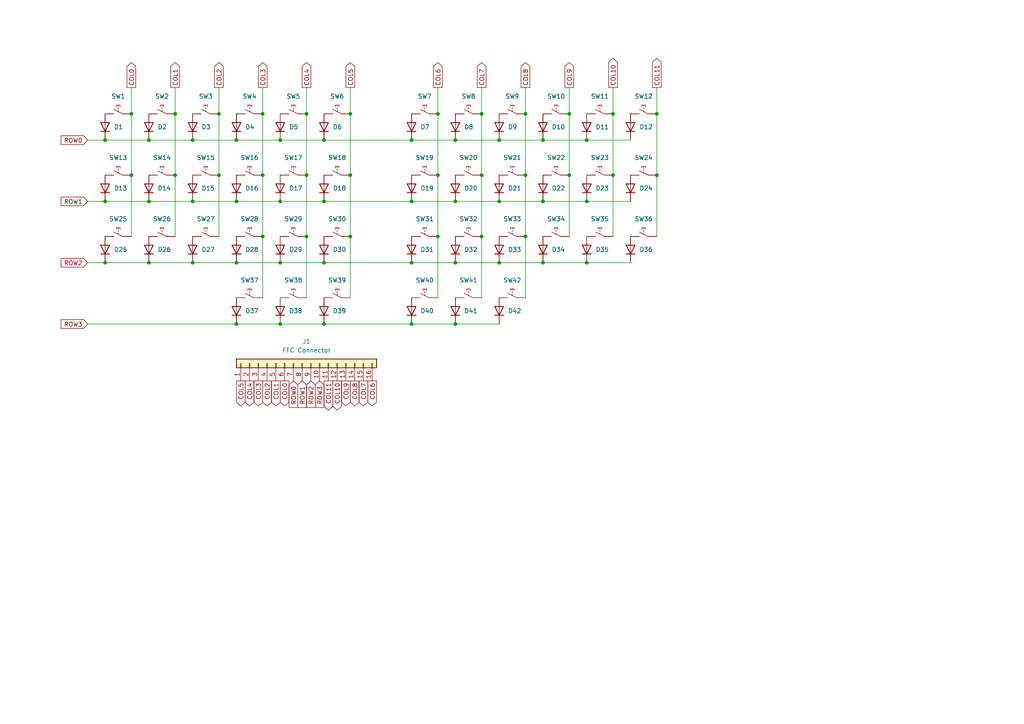
<source format=kicad_sch>
(kicad_sch (version 20231120) (generator "eeschema") (generator_version "8.0")
  (paper "A4")
  (lib_symbols
    (symbol "Connector_Generic:Conn_01x16" (pin_names (offset 1.016) hide)
      (property "Reference" "J" (at 0 20.32 0))
      (property "Value" "Conn_01x16" (at 0 -22.86 0))
      (symbol "Conn_01x16_1_1"
        (rectangle (start -1.27 -20.193) (end 0 -20.447) (stroke (width 0.1524)))
        (rectangle (start -1.27 -17.653) (end 0 -17.907) (stroke (width 0.1524)))
        (rectangle (start -1.27 -15.113) (end 0 -15.367) (stroke (width 0.1524)))
        (rectangle (start -1.27 -12.573) (end 0 -12.827) (stroke (width 0.1524)))
        (rectangle (start -1.27 -10.033) (end 0 -10.287) (stroke (width 0.1524)))
        (rectangle (start -1.27 -7.493) (end 0 -7.747) (stroke (width 0.1524)))
        (rectangle (start -1.27 -4.953) (end 0 -5.207) (stroke (width 0.1524)))
        (rectangle (start -1.27 -2.413) (end 0 -2.667) (stroke (width 0.1524)))
        (rectangle (start -1.27 0.127) (end 0 -0.127) (stroke (width 0.1524)))
        (rectangle (start -1.27 2.667) (end 0 2.413) (stroke (width 0.1524)))
        (rectangle (start -1.27 5.207) (end 0 4.953) (stroke (width 0.1524)))
        (rectangle (start -1.27 7.747) (end 0 7.493) (stroke (width 0.1524)))
        (rectangle (start -1.27 10.287) (end 0 10.033) (stroke (width 0.1524)))
        (rectangle (start -1.27 12.827) (end 0 12.573) (stroke (width 0.1524)))
        (rectangle (start -1.27 15.367) (end 0 15.113) (stroke (width 0.1524)))
        (rectangle (start -1.27 17.907) (end 0 17.653) (stroke (width 0.1524)))
        (rectangle (start -1.27 19.05) (end 1.27 -21.59) (stroke (width 0.254)) (fill (type background)))
        (pin passive line (at -5.08 17.78 0) (length 3.81) (name "Pin_1") (number "1"))
        (pin passive line (at -5.08 -5.08 0) (length 3.81) (name "Pin_10") (number "10"))
        (pin passive line (at -5.08 -7.62 0) (length 3.81) (name "Pin_11") (number "11"))
        (pin passive line (at -5.08 -10.16 0) (length 3.81) (name "Pin_12") (number "12"))
        (pin passive line (at -5.08 -12.7 0) (length 3.81) (name "Pin_13") (number "13"))
        (pin passive line (at -5.08 -15.24 0) (length 3.81) (name "Pin_14") (number "14"))
        (pin passive line (at -5.08 -17.78 0) (length 3.81) (name "Pin_15") (number "15"))
        (pin passive line (at -5.08 -20.32 0) (length 3.81) (name "Pin_16") (number "16"))
        (pin passive line (at -5.08 15.24 0) (length 3.81) (name "Pin_2") (number "2"))
        (pin passive line (at -5.08 12.7 0) (length 3.81) (name "Pin_3") (number "3"))
        (pin passive line (at -5.08 10.16 0) (length 3.81) (name "Pin_4") (number "4"))
        (pin passive line (at -5.08 7.62 0) (length 3.81) (name "Pin_5") (number "5"))
        (pin passive line (at -5.08 5.08 0) (length 3.81) (name "Pin_6") (number "6"))
        (pin passive line (at -5.08 2.54 0) (length 3.81) (name "Pin_7") (number "7"))
        (pin passive line (at -5.08 0 0) (length 3.81) (name "Pin_8") (number "8"))
        (pin passive line (at -5.08 -2.54 0) (length 3.81) (name "Pin_9") (number "9"))
      )
    )
    (symbol "Diode:1N4148WS" (pin_numbers hide) (pin_names (offset 1.016) hide)
      (property "Reference" "D" (at 0 2.54 0))
      (property "Value" "1N4148WS" (at 0 -2.54 0))
      (symbol "1N4148WS_0_1"
        (polyline (pts (xy -1.27 1.27) (xy -1.27 -1.27)) (stroke (width 0.254)))
        (polyline (pts (xy 1.27 0) (xy -1.27 0)))
        (polyline (pts (xy 1.27 1.27) (xy 1.27 -1.27) (xy -1.27 0) (xy 1.27 1.27)) (stroke (width 0.254)))
      )
      (symbol "1N4148WS_1_1"
        (pin passive line (at -3.81 0 0) (length 2.54) (name "K") (number "1"))
        (pin passive line (at 3.81 0 180) (length 2.54) (name "A") (number "2"))
      )
    )
    (symbol "Project_Library:SW_Hot_Swap_Socket" (pin_numbers hide) (pin_names (offset 0) hide)
      (property "Reference" "SW" (at 0 7.62 0))
      (property "Value" "SW_Hot_Swap_Socket" (at 0 5.08 0))
      (symbol "SW_Hot_Swap_Socket_0_0"
        (polyline (pts (xy -1.27 0) (xy 1.27 1.27)))
        (polyline (pts (xy -0.508 2.032) (xy -0.508 2.54)))
        (polyline (pts (xy -0.508 2.54) (xy 0.508 2.54)))
        (polyline (pts (xy 0 0.635) (xy 0 1.016)))
        (polyline (pts (xy 0 1.397) (xy 0 1.778)))
        (polyline (pts (xy 0 2.159) (xy 0 2.54)))
        (polyline (pts (xy 0.508 2.032) (xy 0.508 2.54)))
      )
      (symbol "SW_Hot_Swap_Socket_0_1"
        (pin passive line (at -3.81 0 0) (length 2.54) (name "1") (number "1"))
        (pin passive line (at 3.81 0 180) (length 2.54) (name "2") (number "2"))
      )
    )
  )
  (junction (at 144.78 40.64))
  (junction (at 93.98 93.98))
  (junction (at 30.48 76.2))
  (junction (at 43.18 40.64))
  (junction (at 55.88 58.42))
  (junction (at 132.08 58.42))
  (junction (at 190.5 50.8))
  (junction (at 30.48 40.64))
  (junction (at 55.88 40.64))
  (junction (at 139.7 33.02))
  (junction (at 101.6 50.8))
  (junction (at 55.88 76.2))
  (junction (at 139.7 68.58))
  (junction (at 127 68.58))
  (junction (at 93.98 58.42))
  (junction (at 76.2 50.8))
  (junction (at 119.38 58.42))
  (junction (at 144.78 58.42))
  (junction (at 81.28 93.98))
  (junction (at 101.6 68.58))
  (junction (at 157.48 58.42))
  (junction (at 81.28 76.2))
  (junction (at 119.38 76.2))
  (junction (at 170.18 58.42))
  (junction (at 38.1 50.8))
  (junction (at 119.38 40.64))
  (junction (at 43.18 76.2))
  (junction (at 81.28 58.42))
  (junction (at 170.18 40.64))
  (junction (at 127 50.8))
  (junction (at 177.8 50.8))
  (junction (at 50.8 33.02))
  (junction (at 157.48 76.2))
  (junction (at 165.1 50.8))
  (junction (at 68.58 93.98))
  (junction (at 43.18 58.42))
  (junction (at 152.4 33.02))
  (junction (at 132.08 76.2))
  (junction (at 30.48 58.42))
  (junction (at 170.18 76.2))
  (junction (at 101.6 33.02))
  (junction (at 165.1 33.02))
  (junction (at 119.38 93.98))
  (junction (at 132.08 40.64))
  (junction (at 76.2 33.02))
  (junction (at 127 33.02))
  (junction (at 63.5 50.8))
  (junction (at 177.8 33.02))
  (junction (at 152.4 50.8))
  (junction (at 63.5 33.02))
  (junction (at 157.48 40.64))
  (junction (at 38.1 33.02))
  (junction (at 93.98 40.64))
  (junction (at 81.28 40.64))
  (junction (at 68.58 58.42))
  (junction (at 190.5 33.02))
  (junction (at 68.58 40.64))
  (junction (at 144.78 76.2))
  (junction (at 50.8 50.8))
  (junction (at 132.08 93.98))
  (junction (at 76.2 68.58))
  (junction (at 93.98 76.2))
  (junction (at 88.9 33.02))
  (junction (at 139.7 50.8))
  (junction (at 88.9 68.58))
  (junction (at 152.4 68.58))
  (junction (at 88.9 50.8))
  (junction (at 68.58 76.2))
  (wire (pts (xy 63.5 50.8) (xy 63.5 68.58)))
  (wire (pts (xy 88.9 68.58) (xy 88.9 86.36)))
  (wire (pts (xy 55.88 76.2) (xy 68.58 76.2)))
  (wire (pts (xy 88.9 33.02) (xy 88.9 50.8)))
  (wire (pts (xy 119.38 76.2) (xy 132.08 76.2)))
  (wire (pts (xy 119.38 40.64) (xy 132.08 40.64)))
  (wire (pts (xy 38.1 33.02) (xy 38.1 50.8)))
  (wire (pts (xy 50.8 50.8) (xy 50.8 68.58)))
  (wire (pts (xy 190.5 50.8) (xy 190.5 68.58)))
  (wire (pts (xy 43.18 58.42) (xy 55.88 58.42)))
  (wire (pts (xy 152.4 33.02) (xy 152.4 50.8)))
  (wire (pts (xy 68.58 58.42) (xy 81.28 58.42)))
  (wire (pts (xy 81.28 58.42) (xy 93.98 58.42)))
  (wire (pts (xy 30.48 58.42) (xy 43.18 58.42)))
  (wire (pts (xy 63.5 25.4) (xy 63.5 33.02)))
  (wire (pts (xy 157.48 58.42) (xy 170.18 58.42)))
  (wire (pts (xy 157.48 40.64) (xy 170.18 40.64)))
  (wire (pts (xy 93.98 93.98) (xy 119.38 93.98)))
  (wire (pts (xy 88.9 50.8) (xy 88.9 68.58)))
  (wire (pts (xy 152.4 68.58) (xy 152.4 86.36)))
  (wire (pts (xy 144.78 58.42) (xy 157.48 58.42)))
  (wire (pts (xy 139.7 50.8) (xy 139.7 68.58)))
  (wire (pts (xy 63.5 33.02) (xy 63.5 50.8)))
  (wire (pts (xy 101.6 50.8) (xy 101.6 68.58)))
  (wire (pts (xy 190.5 25.4) (xy 190.5 33.02)))
  (wire (pts (xy 165.1 25.4) (xy 165.1 33.02)))
  (wire (pts (xy 170.18 40.64) (xy 182.88 40.64)))
  (wire (pts (xy 38.1 50.8) (xy 38.1 68.58)))
  (wire (pts (xy 50.8 33.02) (xy 50.8 50.8)))
  (wire (pts (xy 30.48 76.2) (xy 43.18 76.2)))
  (wire (pts (xy 81.28 93.98) (xy 93.98 93.98)))
  (wire (pts (xy 119.38 58.42) (xy 132.08 58.42)))
  (wire (pts (xy 190.5 33.02) (xy 190.5 50.8)))
  (wire (pts (xy 76.2 68.58) (xy 76.2 86.36)))
  (wire (pts (xy 119.38 93.98) (xy 132.08 93.98)))
  (wire (pts (xy 55.88 58.42) (xy 68.58 58.42)))
  (wire (pts (xy 68.58 40.64) (xy 81.28 40.64)))
  (wire (pts (xy 55.88 40.64) (xy 68.58 40.64)))
  (wire (pts (xy 165.1 33.02) (xy 165.1 50.8)))
  (wire (pts (xy 132.08 40.64) (xy 144.78 40.64)))
  (wire (pts (xy 93.98 40.64) (xy 119.38 40.64)))
  (wire (pts (xy 139.7 68.58) (xy 139.7 86.36)))
  (wire (pts (xy 165.1 50.8) (xy 165.1 68.58)))
  (wire (pts (xy 127 50.8) (xy 127 68.58)))
  (wire (pts (xy 93.98 76.2) (xy 119.38 76.2)))
  (wire (pts (xy 25.4 58.42) (xy 30.48 58.42)))
  (wire (pts (xy 170.18 76.2) (xy 182.88 76.2)))
  (wire (pts (xy 177.8 25.4) (xy 177.8 33.02)))
  (wire (pts (xy 157.48 76.2) (xy 170.18 76.2)))
  (wire (pts (xy 50.8 25.4) (xy 50.8 33.02)))
  (wire (pts (xy 127 68.58) (xy 127 86.36)))
  (wire (pts (xy 144.78 76.2) (xy 157.48 76.2)))
  (wire (pts (xy 177.8 50.8) (xy 177.8 68.58)))
  (wire (pts (xy 68.58 93.98) (xy 81.28 93.98)))
  (wire (pts (xy 139.7 33.02) (xy 139.7 50.8)))
  (wire (pts (xy 152.4 50.8) (xy 152.4 68.58)))
  (wire (pts (xy 43.18 40.64) (xy 55.88 40.64)))
  (wire (pts (xy 25.4 40.64) (xy 30.48 40.64)))
  (wire (pts (xy 170.18 58.42) (xy 182.88 58.42)))
  (wire (pts (xy 43.18 76.2) (xy 55.88 76.2)))
  (wire (pts (xy 132.08 76.2) (xy 144.78 76.2)))
  (wire (pts (xy 101.6 25.4) (xy 101.6 33.02)))
  (wire (pts (xy 81.28 40.64) (xy 93.98 40.64)))
  (wire (pts (xy 132.08 58.42) (xy 144.78 58.42)))
  (wire (pts (xy 127 33.02) (xy 127 50.8)))
  (wire (pts (xy 68.58 76.2) (xy 81.28 76.2)))
  (wire (pts (xy 88.9 25.4) (xy 88.9 33.02)))
  (wire (pts (xy 177.8 33.02) (xy 177.8 50.8)))
  (wire (pts (xy 25.4 76.2) (xy 30.48 76.2)))
  (wire (pts (xy 76.2 33.02) (xy 76.2 50.8)))
  (wire (pts (xy 76.2 25.4) (xy 76.2 33.02)))
  (wire (pts (xy 101.6 33.02) (xy 101.6 50.8)))
  (wire (pts (xy 93.98 58.42) (xy 119.38 58.42)))
  (wire (pts (xy 101.6 68.58) (xy 101.6 86.36)))
  (wire (pts (xy 139.7 25.4) (xy 139.7 33.02)))
  (wire (pts (xy 76.2 50.8) (xy 76.2 68.58)))
  (wire (pts (xy 25.4 93.98) (xy 68.58 93.98)))
  (wire (pts (xy 132.08 93.98) (xy 144.78 93.98)))
  (wire (pts (xy 81.28 76.2) (xy 93.98 76.2)))
  (wire (pts (xy 152.4 25.4) (xy 152.4 33.02)))
  (wire (pts (xy 38.1 25.4) (xy 38.1 33.02)))
  (wire (pts (xy 127 25.4) (xy 127 33.02)))
  (wire (pts (xy 30.48 40.64) (xy 43.18 40.64)))
  (wire (pts (xy 144.78 40.64) (xy 157.48 40.64)))
  (global_label "COL4" (shape output) (at 72.39 110.49 270) (property "Intersheetrefs" "${INTERSHEET_REFS}" (effects (hide yes))))
  (global_label "ROW0" (shape input) (at 25.4 40.64 180) (property "Intersheetrefs" "${INTERSHEET_REFS}" (effects (hide yes))))
  (global_label "ROW3" (shape input) (at 92.71 110.49 270) (property "Intersheetrefs" "${INTERSHEET_REFS}" (effects (hide yes))))
  (global_label "COL2" (shape output) (at 77.47 110.49 270) (property "Intersheetrefs" "${INTERSHEET_REFS}" (effects (hide yes))))
  (global_label "COL10" (shape output) (at 97.79 110.49 270) (property "Intersheetrefs" "${INTERSHEET_REFS}" (effects (hide yes))))
  (global_label "ROW1" (shape input) (at 87.63 110.49 270) (property "Intersheetrefs" "${INTERSHEET_REFS}" (effects (hide yes))))
  (global_label "COL0" (shape output) (at 38.1 25.4 90) (property "Intersheetrefs" "${INTERSHEET_REFS}" (effects (hide yes))))
  (global_label "COL0" (shape output) (at 82.55 110.49 270) (property "Intersheetrefs" "${INTERSHEET_REFS}" (effects (hide yes))))
  (global_label "ROW1" (shape input) (at 25.4 58.42 180) (property "Intersheetrefs" "${INTERSHEET_REFS}" (effects (hide yes))))
  (global_label "COL2" (shape output) (at 63.5 25.4 90) (property "Intersheetrefs" "${INTERSHEET_REFS}" (effects (hide yes))))
  (global_label "COL5" (shape output) (at 101.6 25.4 90) (property "Intersheetrefs" "${INTERSHEET_REFS}" (effects (hide yes))))
  (global_label "COL10" (shape output) (at 177.8 25.4 90) (property "Intersheetrefs" "${INTERSHEET_REFS}" (effects (hide yes))))
  (global_label "COL6" (shape output) (at 107.95 110.49 270) (property "Intersheetrefs" "${INTERSHEET_REFS}" (effects (hide yes))))
  (global_label "COL4" (shape output) (at 88.9 25.4 90) (property "Intersheetrefs" "${INTERSHEET_REFS}" (effects (hide yes))))
  (global_label "ROW3" (shape input) (at 25.4 93.98 180) (property "Intersheetrefs" "${INTERSHEET_REFS}" (effects (hide yes))))
  (global_label "COL6" (shape output) (at 127 25.4 90) (property "Intersheetrefs" "${INTERSHEET_REFS}" (effects (hide yes))))
  (global_label "COL8" (shape output) (at 102.87 110.49 270) (property "Intersheetrefs" "${INTERSHEET_REFS}" (effects (hide yes))))
  (global_label "COL7" (shape output) (at 139.7 25.4 90) (property "Intersheetrefs" "${INTERSHEET_REFS}" (effects (hide yes))))
  (global_label "COL1" (shape output) (at 80.01 110.49 270) (property "Intersheetrefs" "${INTERSHEET_REFS}" (effects (hide yes))))
  (global_label "ROW2" (shape input) (at 90.17 110.49 270) (property "Intersheetrefs" "${INTERSHEET_REFS}" (effects (hide yes))))
  (global_label "COL8" (shape output) (at 152.4 25.4 90) (property "Intersheetrefs" "${INTERSHEET_REFS}" (effects (hide yes))))
  (global_label "COL9" (shape output) (at 100.33 110.49 270) (property "Intersheetrefs" "${INTERSHEET_REFS}" (effects (hide yes))))
  (global_label "COL11" (shape output) (at 190.5 25.4 90) (property "Intersheetrefs" "${INTERSHEET_REFS}" (effects (hide yes))))
  (global_label "COL7" (shape output) (at 105.41 110.49 270) (property "Intersheetrefs" "${INTERSHEET_REFS}" (effects (hide yes))))
  (global_label "COL9" (shape output) (at 165.1 25.4 90) (property "Intersheetrefs" "${INTERSHEET_REFS}" (effects (hide yes))))
  (global_label "COL3" (shape output) (at 74.93 110.49 270) (property "Intersheetrefs" "${INTERSHEET_REFS}" (effects (hide yes))))
  (global_label "COL11" (shape output) (at 95.25 110.49 270) (property "Intersheetrefs" "${INTERSHEET_REFS}" (effects (hide yes))))
  (global_label "COL3" (shape output) (at 76.2 25.4 90) (property "Intersheetrefs" "${INTERSHEET_REFS}" (effects (hide yes))))
  (global_label "ROW0" (shape input) (at 85.09 110.49 270) (property "Intersheetrefs" "${INTERSHEET_REFS}" (effects (hide yes))))
  (global_label "ROW2" (shape input) (at 25.4 76.2 180) (property "Intersheetrefs" "${INTERSHEET_REFS}" (effects (hide yes))))
  (global_label "COL5" (shape output) (at 69.85 110.49 270) (property "Intersheetrefs" "${INTERSHEET_REFS}" (effects (hide yes))))
  (global_label "COL1" (shape output) (at 50.8 25.4 90) (property "Intersheetrefs" "${INTERSHEET_REFS}" (effects (hide yes))))
  (symbol (lib_id "Diode:1N4148WS") (at 119.38 72.39 90) (unit 1)
    (property "Reference" "D31" (at 121.92 72.39 90) (effects (justify right)))
    (property "Value" "1N4148WS" (effects (hide yes)))
    (property "Footprint" "Project_Library:D_SOD-323F" (effects (hide yes)))
    (property "Datasheet" "https://www.vishay.com/docs/85751/1n4148ws.pdf" (effects (hide yes)))
    (property "LCSC" "C2128" (effects (hide yes)))
  )
  (symbol (lib_id "Diode:1N4148WS") (at 182.88 54.61 90) (unit 1)
    (property "Reference" "D24" (at 185.42 54.61 90) (effects (justify right)))
    (property "Value" "1N4148WS" (effects (hide yes)))
    (property "Footprint" "Project_Library:D_SOD-323F" (effects (hide yes)))
    (property "Datasheet" "https://www.vishay.com/docs/85751/1n4148ws.pdf" (effects (hide yes)))
    (property "LCSC" "C2128" (effects (hide yes)))
  )
  (symbol (lib_id "Project_Library:SW_Hot_Swap_Socket") (at 72.39 33.02 0) (mirror y) (unit 1)
    (property "Reference" "SW4" (at 72.39 27.94 0))
    (property "Footprint" "Project_Library:Hot_Swap_Socket_CPG151101S11" (effects (hide yes)))
    (property "LCSC" "C5156480" (effects (hide yes)))
  )
  (symbol (lib_id "Project_Library:SW_Hot_Swap_Socket") (at 161.29 68.58 0) (mirror y) (unit 1)
    (property "Reference" "SW34" (at 161.29 63.5 0))
    (property "Footprint" "Project_Library:Hot_Swap_Socket_CPG151101S11" (effects (hide yes)))
    (property "LCSC" "C5156480" (effects (hide yes)))
  )
  (symbol (lib_id "Project_Library:SW_Hot_Swap_Socket") (at 85.09 86.36 0) (mirror y) (unit 1)
    (property "Reference" "SW38" (at 85.09 81.28 0))
    (property "Footprint" "Project_Library:Hot_Swap_Socket_CPG151101S11" (effects (hide yes)))
    (property "LCSC" "C5156480" (effects (hide yes)))
  )
  (symbol (lib_id "Diode:1N4148WS") (at 157.48 54.61 90) (unit 1)
    (property "Reference" "D22" (at 160.02 54.61 90) (effects (justify right)))
    (property "Value" "1N4148WS" (effects (hide yes)))
    (property "Footprint" "Project_Library:D_SOD-323F" (effects (hide yes)))
    (property "Datasheet" "https://www.vishay.com/docs/85751/1n4148ws.pdf" (effects (hide yes)))
    (property "LCSC" "C2128" (effects (hide yes)))
  )
  (symbol (lib_id "Diode:1N4148WS") (at 81.28 36.83 90) (unit 1)
    (property "Reference" "D5" (at 83.82 36.83 90) (effects (justify right)))
    (property "Value" "1N4148WS" (effects (hide yes)))
    (property "Footprint" "Project_Library:D_SOD-323F" (effects (hide yes)))
    (property "Datasheet" "https://www.vishay.com/docs/85751/1n4148ws.pdf" (effects (hide yes)))
    (property "LCSC" "C2128" (effects (hide yes)))
  )
  (symbol (lib_id "Project_Library:SW_Hot_Swap_Socket") (at 173.99 50.8 0) (mirror y) (unit 1)
    (property "Reference" "SW23" (at 173.99 45.72 0))
    (property "Footprint" "Project_Library:Hot_Swap_Socket_CPG151101S11" (effects (hide yes)))
    (property "LCSC" "C5156480" (effects (hide yes)))
  )
  (symbol (lib_id "Diode:1N4148WS") (at 55.88 72.39 90) (unit 1)
    (property "Reference" "D27" (at 58.42 72.39 90) (effects (justify right)))
    (property "Value" "1N4148WS" (effects (hide yes)))
    (property "Footprint" "Project_Library:D_SOD-323F" (effects (hide yes)))
    (property "Datasheet" "https://www.vishay.com/docs/85751/1n4148ws.pdf" (effects (hide yes)))
    (property "LCSC" "C2128" (effects (hide yes)))
  )
  (symbol (lib_id "Diode:1N4148WS") (at 144.78 54.61 90) (unit 1)
    (property "Reference" "D21" (at 147.32 54.61 90) (effects (justify right)))
    (property "Value" "1N4148WS" (effects (hide yes)))
    (property "Footprint" "Project_Library:D_SOD-323F" (effects (hide yes)))
    (property "Datasheet" "https://www.vishay.com/docs/85751/1n4148ws.pdf" (effects (hide yes)))
    (property "LCSC" "C2128" (effects (hide yes)))
  )
  (symbol (lib_id "Project_Library:SW_Hot_Swap_Socket") (at 72.39 68.58 0) (mirror y) (unit 1)
    (property "Reference" "SW28" (at 72.39 63.5 0))
    (property "Footprint" "Project_Library:Hot_Swap_Socket_CPG151101S11" (effects (hide yes)))
    (property "LCSC" "C5156480" (effects (hide yes)))
  )
  (symbol (lib_id "Project_Library:SW_Hot_Swap_Socket") (at 59.69 33.02 0) (mirror y) (unit 1)
    (property "Reference" "SW3" (at 59.69 27.94 0))
    (property "Footprint" "Project_Library:Hot_Swap_Socket_CPG151101S11" (effects (hide yes)))
    (property "LCSC" "C5156480" (effects (hide yes)))
  )
  (symbol (lib_id "Diode:1N4148WS") (at 119.38 90.17 90) (unit 1)
    (property "Reference" "D40" (at 121.92 90.17 90) (effects (justify right)))
    (property "Value" "1N4148WS" (effects (hide yes)))
    (property "Footprint" "Project_Library:D_SOD-323F" (effects (hide yes)))
    (property "Datasheet" "https://www.vishay.com/docs/85751/1n4148ws.pdf" (effects (hide yes)))
    (property "LCSC" "C2128" (effects (hide yes)))
  )
  (symbol (lib_id "Project_Library:SW_Hot_Swap_Socket") (at 135.89 86.36 0) (mirror y) (unit 1)
    (property "Reference" "SW41" (at 135.89 81.28 0))
    (property "Footprint" "Project_Library:Hot_Swap_Socket_CPG151101S11" (effects (hide yes)))
    (property "LCSC" "C5156480" (effects (hide yes)))
  )
  (symbol (lib_id "Project_Library:SW_Hot_Swap_Socket") (at 148.59 68.58 0) (mirror y) (unit 1)
    (property "Reference" "SW33" (at 148.59 63.5 0))
    (property "Footprint" "Project_Library:Hot_Swap_Socket_CPG151101S11" (effects (hide yes)))
    (property "LCSC" "C5156480" (effects (hide yes)))
  )
  (symbol (lib_id "Project_Library:SW_Hot_Swap_Socket") (at 148.59 86.36 0) (mirror y) (unit 1)
    (property "Reference" "SW42" (at 148.59 81.28 0))
    (property "Footprint" "Project_Library:Hot_Swap_Socket_CPG151101S11" (effects (hide yes)))
    (property "LCSC" "C5156480" (effects (hide yes)))
  )
  (symbol (lib_id "Project_Library:SW_Hot_Swap_Socket") (at 85.09 68.58 0) (mirror y) (unit 1)
    (property "Reference" "SW29" (at 85.09 63.5 0))
    (property "Footprint" "Project_Library:Hot_Swap_Socket_CPG151101S11" (effects (hide yes)))
    (property "LCSC" "C5156480" (effects (hide yes)))
  )
  (symbol (lib_id "Project_Library:SW_Hot_Swap_Socket") (at 186.69 33.02 0) (mirror y) (unit 1)
    (property "Reference" "SW12" (at 186.69 27.94 0))
    (property "Footprint" "Project_Library:Hot_Swap_Socket_CPG151101S11" (effects (hide yes)))
    (property "LCSC" "C5156480" (effects (hide yes)))
  )
  (symbol (lib_id "Project_Library:SW_Hot_Swap_Socket") (at 148.59 50.8 0) (mirror y) (unit 1)
    (property "Reference" "SW21" (at 148.59 45.72 0))
    (property "Footprint" "Project_Library:Hot_Swap_Socket_CPG151101S11" (effects (hide yes)))
    (property "LCSC" "C5156480" (effects (hide yes)))
  )
  (symbol (lib_id "Diode:1N4148WS") (at 93.98 72.39 90) (unit 1)
    (property "Reference" "D30" (at 96.52 72.39 90) (effects (justify right)))
    (property "Value" "1N4148WS" (effects (hide yes)))
    (property "Footprint" "Project_Library:D_SOD-323F" (effects (hide yes)))
    (property "Datasheet" "https://www.vishay.com/docs/85751/1n4148ws.pdf" (effects (hide yes)))
    (property "LCSC" "C2128" (effects (hide yes)))
  )
  (symbol (lib_id "Diode:1N4148WS") (at 144.78 90.17 90) (unit 1)
    (property "Reference" "D42" (at 147.32 90.17 90) (effects (justify right)))
    (property "Value" "1N4148WS" (effects (hide yes)))
    (property "Footprint" "Project_Library:D_SOD-323F" (effects (hide yes)))
    (property "Datasheet" "https://www.vishay.com/docs/85751/1n4148ws.pdf" (effects (hide yes)))
    (property "LCSC" "C2128" (effects (hide yes)))
  )
  (symbol (lib_id "Project_Library:SW_Hot_Swap_Socket") (at 85.09 33.02 0) (mirror y) (unit 1)
    (property "Reference" "SW5" (at 85.09 27.94 0))
    (property "Footprint" "Project_Library:Hot_Swap_Socket_CPG151101S11" (effects (hide yes)))
    (property "LCSC" "C5156480" (effects (hide yes)))
  )
  (symbol (lib_id "Project_Library:SW_Hot_Swap_Socket") (at 97.79 33.02 0) (mirror y) (unit 1)
    (property "Reference" "SW6" (at 97.79 27.94 0))
    (property "Footprint" "Project_Library:Hot_Swap_Socket_CPG151101S11" (effects (hide yes)))
    (property "LCSC" "C5156480" (effects (hide yes)))
  )
  (symbol (lib_id "Diode:1N4148WS") (at 170.18 36.83 90) (unit 1)
    (property "Reference" "D11" (at 172.72 36.83 90) (effects (justify right)))
    (property "Value" "1N4148WS" (effects (hide yes)))
    (property "Footprint" "Project_Library:D_SOD-323F" (effects (hide yes)))
    (property "Datasheet" "https://www.vishay.com/docs/85751/1n4148ws.pdf" (effects (hide yes)))
    (property "LCSC" "C2128" (effects (hide yes)))
  )
  (symbol (lib_id "Project_Library:SW_Hot_Swap_Socket") (at 135.89 50.8 0) (mirror y) (unit 1)
    (property "Reference" "SW20" (at 135.89 45.72 0))
    (property "Footprint" "Project_Library:Hot_Swap_Socket_CPG151101S11" (effects (hide yes)))
    (property "LCSC" "C5156480" (effects (hide yes)))
  )
  (symbol (lib_id "Project_Library:SW_Hot_Swap_Socket") (at 135.89 68.58 0) (mirror y) (unit 1)
    (property "Reference" "SW32" (at 135.89 63.5 0))
    (property "Footprint" "Project_Library:Hot_Swap_Socket_CPG151101S11" (effects (hide yes)))
    (property "LCSC" "C5156480" (effects (hide yes)))
  )
  (symbol (lib_id "Project_Library:SW_Hot_Swap_Socket") (at 186.69 68.58 0) (mirror y) (unit 1)
    (property "Reference" "SW36" (at 186.69 63.5 0))
    (property "Footprint" "Project_Library:Hot_Swap_Socket_CPG151101S11" (effects (hide yes)))
    (property "LCSC" "C5156480" (effects (hide yes)))
  )
  (symbol (lib_id "Diode:1N4148WS") (at 182.88 72.39 90) (unit 1)
    (property "Reference" "D36" (at 185.42 72.39 90) (effects (justify right)))
    (property "Value" "1N4148WS" (effects (hide yes)))
    (property "Footprint" "Project_Library:D_SOD-323F" (effects (hide yes)))
    (property "Datasheet" "https://www.vishay.com/docs/85751/1n4148ws.pdf" (effects (hide yes)))
    (property "LCSC" "C2128" (effects (hide yes)))
  )
  (symbol (lib_id "Diode:1N4148WS") (at 132.08 36.83 90) (unit 1)
    (property "Reference" "D8" (at 134.62 36.83 90) (effects (justify right)))
    (property "Value" "1N4148WS" (effects (hide yes)))
    (property "Footprint" "Project_Library:D_SOD-323F" (effects (hide yes)))
    (property "Datasheet" "https://www.vishay.com/docs/85751/1n4148ws.pdf" (effects (hide yes)))
    (property "LCSC" "C2128" (effects (hide yes)))
  )
  (symbol (lib_id "Diode:1N4148WS") (at 68.58 90.17 90) (unit 1)
    (property "Reference" "D37" (at 71.12 90.1699 90) (effects (justify right)))
    (property "Value" "1N4148WS" (effects (hide yes)))
    (property "Footprint" "Project_Library:D_SOD-323F" (effects (hide yes)))
    (property "Datasheet" "https://www.vishay.com/docs/85751/1n4148ws.pdf" (effects (hide yes)))
    (property "LCSC" "C2128" (effects (hide yes)))
  )
  (symbol (lib_id "Diode:1N4148WS") (at 55.88 54.61 90) (unit 1)
    (property "Reference" "D15" (at 58.42 54.61 90) (effects (justify right)))
    (property "Value" "1N4148WS" (effects (hide yes)))
    (property "Footprint" "Project_Library:D_SOD-323F" (effects (hide yes)))
    (property "Datasheet" "https://www.vishay.com/docs/85751/1n4148ws.pdf" (effects (hide yes)))
    (property "LCSC" "C2128" (effects (hide yes)))
  )
  (symbol (lib_id "Diode:1N4148WS") (at 157.48 72.39 90) (unit 1)
    (property "Reference" "D34" (at 160.02 72.39 90) (effects (justify right)))
    (property "Value" "1N4148WS" (effects (hide yes)))
    (property "Footprint" "Project_Library:D_SOD-323F" (effects (hide yes)))
    (property "Datasheet" "https://www.vishay.com/docs/85751/1n4148ws.pdf" (effects (hide yes)))
    (property "LCSC" "C2128" (effects (hide yes)))
  )
  (symbol (lib_id "Diode:1N4148WS") (at 170.18 54.61 90) (unit 1)
    (property "Reference" "D23" (at 172.72 54.61 90) (effects (justify right)))
    (property "Value" "1N4148WS" (effects (hide yes)))
    (property "Footprint" "Project_Library:D_SOD-323F" (effects (hide yes)))
    (property "Datasheet" "https://www.vishay.com/docs/85751/1n4148ws.pdf" (effects (hide yes)))
    (property "LCSC" "C2128" (effects (hide yes)))
  )
  (symbol (lib_id "Project_Library:SW_Hot_Swap_Socket") (at 46.99 68.58 0) (mirror y) (unit 1)
    (property "Reference" "SW26" (at 46.99 63.5 0))
    (property "Footprint" "Project_Library:Hot_Swap_Socket_CPG151101S11" (effects (hide yes)))
    (property "LCSC" "C5156480" (effects (hide yes)))
  )
  (symbol (lib_id "Diode:1N4148WS") (at 68.58 72.39 90) (unit 1)
    (property "Reference" "D28" (at 71.12 72.39 90) (effects (justify right)))
    (property "Value" "1N4148WS" (effects (hide yes)))
    (property "Footprint" "Project_Library:D_SOD-323F" (effects (hide yes)))
    (property "Datasheet" "https://www.vishay.com/docs/85751/1n4148ws.pdf" (effects (hide yes)))
    (property "LCSC" "C2128" (effects (hide yes)))
  )
  (symbol (lib_id "Diode:1N4148WS") (at 119.38 36.83 90) (unit 1)
    (property "Reference" "D7" (at 121.92 36.83 90) (effects (justify right)))
    (property "Value" "1N4148WS" (effects (hide yes)))
    (property "Footprint" "Project_Library:D_SOD-323F" (effects (hide yes)))
    (property "Datasheet" "https://www.vishay.com/docs/85751/1n4148ws.pdf" (effects (hide yes)))
    (property "LCSC" "C2128" (effects (hide yes)))
  )
  (symbol (lib_id "Diode:1N4148WS") (at 93.98 90.17 90) (unit 1)
    (property "Reference" "D39" (at 96.52 90.1699 90) (effects (justify right)))
    (property "Value" "1N4148WS" (effects (hide yes)))
    (property "Footprint" "Project_Library:D_SOD-323F" (effects (hide yes)))
    (property "Datasheet" "https://www.vishay.com/docs/85751/1n4148ws.pdf" (effects (hide yes)))
    (property "LCSC" "C2128" (effects (hide yes)))
  )
  (symbol (lib_id "Project_Library:SW_Hot_Swap_Socket") (at 97.79 68.58 0) (mirror y) (unit 1)
    (property "Reference" "SW30" (at 97.79 63.5 0))
    (property "Footprint" "Project_Library:Hot_Swap_Socket_CPG151101S11" (effects (hide yes)))
    (property "LCSC" "C5156480" (effects (hide yes)))
  )
  (symbol (lib_id "Diode:1N4148WS") (at 30.48 72.39 90) (unit 1)
    (property "Reference" "D25" (at 33.02 72.39 90) (effects (justify right)))
    (property "Value" "1N4148WS" (effects (hide yes)))
    (property "Footprint" "Project_Library:D_SOD-323F" (effects (hide yes)))
    (property "Datasheet" "https://www.vishay.com/docs/85751/1n4148ws.pdf" (effects (hide yes)))
    (property "LCSC" "C2128" (effects (hide yes)))
  )
  (symbol (lib_id "Diode:1N4148WS") (at 68.58 36.83 90) (unit 1)
    (property "Reference" "D4" (at 71.12 36.83 90) (effects (justify right)))
    (property "Value" "1N4148WS" (effects (hide yes)))
    (property "Footprint" "Project_Library:D_SOD-323F" (effects (hide yes)))
    (property "Datasheet" "https://www.vishay.com/docs/85751/1n4148ws.pdf" (effects (hide yes)))
    (property "LCSC" "C2128" (effects (hide yes)))
  )
  (symbol (lib_id "Project_Library:SW_Hot_Swap_Socket") (at 34.29 50.8 0) (mirror y) (unit 1)
    (property "Reference" "SW13" (at 34.29 45.72 0))
    (property "Footprint" "Project_Library:Hot_Swap_Socket_CPG151101S11" (effects (hide yes)))
    (property "LCSC" "C5156480" (effects (hide yes)))
  )
  (symbol (lib_id "Project_Library:SW_Hot_Swap_Socket") (at 72.39 86.36 0) (mirror y) (unit 1)
    (property "Reference" "SW37" (at 72.39 81.28 0))
    (property "Footprint" "Project_Library:Hot_Swap_Socket_CPG151101S11" (effects (hide yes)))
    (property "LCSC" "C5156480" (effects (hide yes)))
  )
  (symbol (lib_id "Project_Library:SW_Hot_Swap_Socket") (at 135.89 33.02 0) (mirror y) (unit 1)
    (property "Reference" "SW8" (at 135.89 27.94 0))
    (property "Footprint" "Project_Library:Hot_Swap_Socket_CPG151101S11" (effects (hide yes)))
    (property "LCSC" "C5156480" (effects (hide yes)))
  )
  (symbol (lib_id "Diode:1N4148WS") (at 182.88 36.83 90) (unit 1)
    (property "Reference" "D12" (at 185.42 36.83 90) (effects (justify right)))
    (property "Value" "1N4148WS" (effects (hide yes)))
    (property "Footprint" "Project_Library:D_SOD-323F" (effects (hide yes)))
    (property "Datasheet" "https://www.vishay.com/docs/85751/1n4148ws.pdf" (effects (hide yes)))
    (property "LCSC" "C2128" (effects (hide yes)))
  )
  (symbol (lib_id "Diode:1N4148WS") (at 30.48 36.83 90) (unit 1)
    (property "Reference" "D1" (at 33.02 36.83 90) (effects (justify right)))
    (property "Value" "1N4148WS" (effects (hide yes)))
    (property "Footprint" "Project_Library:D_SOD-323F" (effects (hide yes)))
    (property "Datasheet" "https://www.vishay.com/docs/85751/1n4148ws.pdf" (effects (hide yes)))
    (property "LCSC" "C2128" (effects (hide yes)))
  )
  (symbol (lib_id "Project_Library:SW_Hot_Swap_Socket") (at 97.79 86.36 0) (mirror y) (unit 1)
    (property "Reference" "SW39" (at 97.79 81.28 0))
    (property "Footprint" "Project_Library:Hot_Swap_Socket_CPG151101S11" (effects (hide yes)))
    (property "LCSC" "C5156480" (effects (hide yes)))
  )
  (symbol (lib_id "Project_Library:SW_Hot_Swap_Socket") (at 123.19 68.58 0) (mirror y) (unit 1)
    (property "Reference" "SW31" (at 123.19 63.5 0))
    (property "Footprint" "Project_Library:Hot_Swap_Socket_CPG151101S11" (effects (hide yes)))
    (property "LCSC" "C5156480" (effects (hide yes)))
  )
  (symbol (lib_id "Project_Library:SW_Hot_Swap_Socket") (at 123.19 50.8 0) (mirror y) (unit 1)
    (property "Reference" "SW19" (at 123.19 45.72 0))
    (property "Footprint" "Project_Library:Hot_Swap_Socket_CPG151101S11" (effects (hide yes)))
    (property "LCSC" "C5156480" (effects (hide yes)))
  )
  (symbol (lib_id "Diode:1N4148WS") (at 157.48 36.83 90) (unit 1)
    (property "Reference" "D10" (at 160.02 36.83 90) (effects (justify right)))
    (property "Value" "1N4148WS" (effects (hide yes)))
    (property "Footprint" "Project_Library:D_SOD-323F" (effects (hide yes)))
    (property "Datasheet" "https://www.vishay.com/docs/85751/1n4148ws.pdf" (effects (hide yes)))
    (property "LCSC" "C2128" (effects (hide yes)))
  )
  (symbol (lib_id "Project_Library:SW_Hot_Swap_Socket") (at 148.59 33.02 0) (mirror y) (unit 1)
    (property "Reference" "SW9" (at 148.59 27.94 0))
    (property "Footprint" "Project_Library:Hot_Swap_Socket_CPG151101S11" (effects (hide yes)))
    (property "LCSC" "C5156480" (effects (hide yes)))
  )
  (symbol (lib_id "Diode:1N4148WS") (at 144.78 36.83 90) (unit 1)
    (property "Reference" "D9" (at 147.32 36.83 90) (effects (justify right)))
    (property "Value" "1N4148WS" (effects (hide yes)))
    (property "Footprint" "Project_Library:D_SOD-323F" (effects (hide yes)))
    (property "Datasheet" "https://www.vishay.com/docs/85751/1n4148ws.pdf" (effects (hide yes)))
    (property "LCSC" "C2128" (effects (hide yes)))
  )
  (symbol (lib_id "Project_Library:SW_Hot_Swap_Socket") (at 173.99 33.02 0) (mirror y) (unit 1)
    (property "Reference" "SW11" (at 173.99 27.94 0))
    (property "Footprint" "Project_Library:Hot_Swap_Socket_CPG151101S11" (effects (hide yes)))
    (property "LCSC" "C5156480" (effects (hide yes)))
  )
  (symbol (lib_id "Project_Library:SW_Hot_Swap_Socket") (at 173.99 68.58 0) (mirror y) (unit 1)
    (property "Reference" "SW35" (at 173.99 63.5 0))
    (property "Footprint" "Project_Library:Hot_Swap_Socket_CPG151101S11" (effects (hide yes)))
    (property "LCSC" "C5156480" (effects (hide yes)))
  )
  (symbol (lib_id "Diode:1N4148WS") (at 132.08 90.17 90) (unit 1)
    (property "Reference" "D41" (at 134.62 90.17 90) (effects (justify right)))
    (property "Value" "1N4148WS" (effects (hide yes)))
    (property "Footprint" "Project_Library:D_SOD-323F" (effects (hide yes)))
    (property "Datasheet" "https://www.vishay.com/docs/85751/1n4148ws.pdf" (effects (hide yes)))
    (property "LCSC" "C2128" (effects (hide yes)))
  )
  (symbol (lib_id "Project_Library:SW_Hot_Swap_Socket") (at 72.39 50.8 0) (mirror y) (unit 1)
    (property "Reference" "SW16" (at 72.39 45.72 0))
    (property "Footprint" "Project_Library:Hot_Swap_Socket_CPG151101S11" (effects (hide yes)))
    (property "LCSC" "C5156480" (effects (hide yes)))
  )
  (symbol (lib_id "Project_Library:SW_Hot_Swap_Socket") (at 46.99 50.8 0) (mirror y) (unit 1)
    (property "Reference" "SW14" (at 46.99 45.72 0))
    (property "Footprint" "Project_Library:Hot_Swap_Socket_CPG151101S11" (effects (hide yes)))
    (property "LCSC" "C5156480" (effects (hide yes)))
  )
  (symbol (lib_id "Diode:1N4148WS") (at 30.48 54.61 90) (unit 1)
    (property "Reference" "D13" (at 33.02 54.61 90) (effects (justify right)))
    (property "Value" "1N4148WS" (effects (hide yes)))
    (property "Footprint" "Project_Library:D_SOD-323F" (effects (hide yes)))
    (property "Datasheet" "https://www.vishay.com/docs/85751/1n4148ws.pdf" (effects (hide yes)))
    (property "LCSC" "C2128" (effects (hide yes)))
  )
  (symbol (lib_id "Diode:1N4148WS") (at 43.18 54.61 90) (unit 1)
    (property "Reference" "D14" (at 45.72 54.61 90) (effects (justify right)))
    (property "Value" "1N4148WS" (effects (hide yes)))
    (property "Footprint" "Project_Library:D_SOD-323F" (effects (hide yes)))
    (property "Datasheet" "https://www.vishay.com/docs/85751/1n4148ws.pdf" (effects (hide yes)))
    (property "LCSC" "C2128" (effects (hide yes)))
  )
  (symbol (lib_id "Diode:1N4148WS") (at 170.18 72.39 90) (unit 1)
    (property "Reference" "D35" (at 172.72 72.39 90) (effects (justify right)))
    (property "Value" "1N4148WS" (effects (hide yes)))
    (property "Footprint" "Project_Library:D_SOD-323F" (effects (hide yes)))
    (property "Datasheet" "https://www.vishay.com/docs/85751/1n4148ws.pdf" (effects (hide yes)))
    (property "LCSC" "C2128" (effects (hide yes)))
  )
  (symbol (lib_id "Diode:1N4148WS") (at 81.28 72.39 90) (unit 1)
    (property "Reference" "D29" (at 83.82 72.39 90) (effects (justify right)))
    (property "Value" "1N4148WS" (effects (hide yes)))
    (property "Footprint" "Project_Library:D_SOD-323F" (effects (hide yes)))
    (property "Datasheet" "https://www.vishay.com/docs/85751/1n4148ws.pdf" (effects (hide yes)))
    (property "LCSC" "C2128" (effects (hide yes)))
  )
  (symbol (lib_id "Diode:1N4148WS") (at 43.18 72.39 90) (unit 1)
    (property "Reference" "D26" (at 45.72 72.39 90) (effects (justify right)))
    (property "Value" "1N4148WS" (effects (hide yes)))
    (property "Footprint" "Project_Library:D_SOD-323F" (effects (hide yes)))
    (property "Datasheet" "https://www.vishay.com/docs/85751/1n4148ws.pdf" (effects (hide yes)))
    (property "LCSC" "C2128" (effects (hide yes)))
  )
  (symbol (lib_id "Diode:1N4148WS") (at 81.28 90.17 90) (unit 1)
    (property "Reference" "D38" (at 83.82 90.17 90) (effects (justify right)))
    (property "Value" "1N4148WS" (effects (hide yes)))
    (property "Footprint" "Project_Library:D_SOD-323F" (effects (hide yes)))
    (property "Datasheet" "https://www.vishay.com/docs/85751/1n4148ws.pdf" (effects (hide yes)))
    (property "LCSC" "C2128" (effects (hide yes)))
  )
  (symbol (lib_id "Diode:1N4148WS") (at 43.18 36.83 90) (unit 1)
    (property "Reference" "D2" (at 45.72 36.83 90) (effects (justify right)))
    (property "Value" "1N4148WS" (effects (hide yes)))
    (property "Footprint" "Project_Library:D_SOD-323F" (effects (hide yes)))
    (property "Datasheet" "https://www.vishay.com/docs/85751/1n4148ws.pdf" (effects (hide yes)))
    (property "LCSC" "C2128" (effects (hide yes)))
  )
  (symbol (lib_id "Connector_Generic:Conn_01x16") (at 87.63 105.41 90) (unit 1)
    (property "Reference" "J1" (at 88.9 99.06 90))
    (property "Value" "FFC Connector" (at 88.9 101.6 90))
    (property "Footprint" "Project_Library:JUSHUO_AFC01-S16FCC-00" (effects (hide yes)))
    (property "LCSC" "C262272" (effects (hide yes)))
  )
  (symbol (lib_id "Project_Library:SW_Hot_Swap_Socket") (at 59.69 68.58 0) (mirror y) (unit 1)
    (property "Reference" "SW27" (at 59.69 63.5 0))
    (property "Footprint" "Project_Library:Hot_Swap_Socket_CPG151101S11" (effects (hide yes)))
    (property "LCSC" "C5156480" (effects (hide yes)))
  )
  (symbol (lib_id "Project_Library:SW_Hot_Swap_Socket") (at 161.29 33.02 0) (mirror y) (unit 1)
    (property "Reference" "SW10" (at 161.29 27.94 0))
    (property "Footprint" "Project_Library:Hot_Swap_Socket_CPG151101S11" (effects (hide yes)))
    (property "LCSC" "C5156480" (effects (hide yes)))
  )
  (symbol (lib_id "Project_Library:SW_Hot_Swap_Socket") (at 34.29 33.02 0) (mirror y) (unit 1)
    (property "Reference" "SW1" (at 34.29 27.94 0))
    (property "Footprint" "Project_Library:Hot_Swap_Socket_CPG151101S11" (effects (hide yes)))
    (property "LCSC" "C5156480" (effects (hide yes)))
  )
  (symbol (lib_id "Project_Library:SW_Hot_Swap_Socket") (at 85.09 50.8 0) (mirror y) (unit 1)
    (property "Reference" "SW17" (at 85.09 45.72 0))
    (property "Footprint" "Project_Library:Hot_Swap_Socket_CPG151101S11" (effects (hide yes)))
    (property "LCSC" "C5156480" (effects (hide yes)))
  )
  (symbol (lib_id "Diode:1N4148WS") (at 132.08 72.39 90) (unit 1)
    (property "Reference" "D32" (at 134.62 72.39 90) (effects (justify right)))
    (property "Value" "1N4148WS" (effects (hide yes)))
    (property "Footprint" "Project_Library:D_SOD-323F" (effects (hide yes)))
    (property "Datasheet" "https://www.vishay.com/docs/85751/1n4148ws.pdf" (effects (hide yes)))
    (property "LCSC" "C2128" (effects (hide yes)))
  )
  (symbol (lib_id "Diode:1N4148WS") (at 81.28 54.61 90) (unit 1)
    (property "Reference" "D17" (at 83.82 54.61 90) (effects (justify right)))
    (property "Value" "1N4148WS" (effects (hide yes)))
    (property "Footprint" "Project_Library:D_SOD-323F" (effects (hide yes)))
    (property "Datasheet" "https://www.vishay.com/docs/85751/1n4148ws.pdf" (effects (hide yes)))
    (property "LCSC" "C2128" (effects (hide yes)))
  )
  (symbol (lib_id "Project_Library:SW_Hot_Swap_Socket") (at 34.29 68.58 0) (mirror y) (unit 1)
    (property "Reference" "SW25" (at 34.29 63.5 0))
    (property "Footprint" "Project_Library:Hot_Swap_Socket_CPG151101S11" (effects (hide yes)))
    (property "LCSC" "C5156480" (effects (hide yes)))
  )
  (symbol (lib_id "Project_Library:SW_Hot_Swap_Socket") (at 123.19 86.36 0) (mirror y) (unit 1)
    (property "Reference" "SW40" (at 123.19 81.28 0))
    (property "Footprint" "Project_Library:Hot_Swap_Socket_CPG151101S11" (effects (hide yes)))
    (property "LCSC" "C5156480" (effects (hide yes)))
  )
  (symbol (lib_id "Diode:1N4148WS") (at 132.08 54.61 90) (unit 1)
    (property "Reference" "D20" (at 134.62 54.61 90) (effects (justify right)))
    (property "Value" "1N4148WS" (effects (hide yes)))
    (property "Footprint" "Project_Library:D_SOD-323F" (effects (hide yes)))
    (property "Datasheet" "https://www.vishay.com/docs/85751/1n4148ws.pdf" (effects (hide yes)))
    (property "LCSC" "C2128" (effects (hide yes)))
  )
  (symbol (lib_id "Diode:1N4148WS") (at 68.58 54.61 90) (unit 1)
    (property "Reference" "D16" (at 71.12 54.61 90) (effects (justify right)))
    (property "Value" "1N4148WS" (effects (hide yes)))
    (property "Footprint" "Project_Library:D_SOD-323F" (effects (hide yes)))
    (property "Datasheet" "https://www.vishay.com/docs/85751/1n4148ws.pdf" (effects (hide yes)))
    (property "LCSC" "C2128" (effects (hide yes)))
  )
  (symbol (lib_id "Diode:1N4148WS") (at 93.98 54.61 90) (unit 1)
    (property "Reference" "D18" (at 96.52 54.61 90) (effects (justify right)))
    (property "Value" "1N4148WS" (effects (hide yes)))
    (property "Footprint" "Project_Library:D_SOD-323F" (effects (hide yes)))
    (property "Datasheet" "https://www.vishay.com/docs/85751/1n4148ws.pdf" (effects (hide yes)))
    (property "LCSC" "C2128" (effects (hide yes)))
  )
  (symbol (lib_id "Diode:1N4148WS") (at 119.38 54.61 90) (unit 1)
    (property "Reference" "D19" (at 121.92 54.61 90) (effects (justify right)))
    (property "Value" "1N4148WS" (effects (hide yes)))
    (property "Footprint" "Project_Library:D_SOD-323F" (effects (hide yes)))
    (property "Datasheet" "https://www.vishay.com/docs/85751/1n4148ws.pdf" (effects (hide yes)))
    (property "LCSC" "C2128" (effects (hide yes)))
  )
  (symbol (lib_id "Project_Library:SW_Hot_Swap_Socket") (at 186.69 50.8 0) (mirror y) (unit 1)
    (property "Reference" "SW24" (at 186.69 45.72 0))
    (property "Footprint" "Project_Library:Hot_Swap_Socket_CPG151101S11" (effects (hide yes)))
    (property "LCSC" "C5156480" (effects (hide yes)))
  )
  (symbol (lib_id "Project_Library:SW_Hot_Swap_Socket") (at 123.19 33.02 0) (mirror y) (unit 1)
    (property "Reference" "SW7" (at 123.19 27.94 0))
    (property "Footprint" "Project_Library:Hot_Swap_Socket_CPG151101S11" (effects (hide yes)))
    (property "LCSC" "C5156480" (effects (hide yes)))
  )
  (symbol (lib_id "Diode:1N4148WS") (at 144.78 72.39 90) (unit 1)
    (property "Reference" "D33" (at 147.32 72.39 90) (effects (justify right)))
    (property "Value" "1N4148WS" (effects (hide yes)))
    (property "Footprint" "Project_Library:D_SOD-323F" (effects (hide yes)))
    (property "Datasheet" "https://www.vishay.com/docs/85751/1n4148ws.pdf" (effects (hide yes)))
    (property "LCSC" "C2128" (effects (hide yes)))
  )
  (symbol (lib_id "Diode:1N4148WS") (at 55.88 36.83 90) (unit 1)
    (property "Reference" "D3" (at 58.42 36.83 90) (effects (justify right)))
    (property "Value" "1N4148WS" (effects (hide yes)))
    (property "Footprint" "Project_Library:D_SOD-323F" (effects (hide yes)))
    (property "Datasheet" "https://www.vishay.com/docs/85751/1n4148ws.pdf" (effects (hide yes)))
    (property "LCSC" "C2128" (effects (hide yes)))
  )
  (symbol (lib_id "Project_Library:SW_Hot_Swap_Socket") (at 59.69 50.8 0) (mirror y) (unit 1)
    (property "Reference" "SW15" (at 59.69 45.72 0))
    (property "Footprint" "Project_Library:Hot_Swap_Socket_CPG151101S11" (effects (hide yes)))
    (property "LCSC" "C5156480" (effects (hide yes)))
  )
  (symbol (lib_id "Project_Library:SW_Hot_Swap_Socket") (at 161.29 50.8 0) (mirror y) (unit 1)
    (property "Reference" "SW22" (at 161.29 45.72 0))
    (property "Footprint" "Project_Library:Hot_Swap_Socket_CPG151101S11" (effects (hide yes)))
    (property "LCSC" "C5156480" (effects (hide yes)))
  )
  (symbol (lib_id "Project_Library:SW_Hot_Swap_Socket") (at 97.79 50.8 0) (mirror y) (unit 1)
    (property "Reference" "SW18" (at 97.79 45.72 0))
    (property "Footprint" "Project_Library:Hot_Swap_Socket_CPG151101S11" (effects (hide yes)))
    (property "LCSC" "C5156480" (effects (hide yes)))
  )
  (symbol (lib_id "Diode:1N4148WS") (at 93.98 36.83 90) (unit 1)
    (property "Reference" "D6" (at 96.52 36.83 90) (effects (justify right)))
    (property "Value" "1N4148WS" (effects (hide yes)))
    (property "Footprint" "Project_Library:D_SOD-323F" (effects (hide yes)))
    (property "Datasheet" "https://www.vishay.com/docs/85751/1n4148ws.pdf" (effects (hide yes)))
    (property "LCSC" "C2128" (effects (hide yes)))
  )
  (symbol (lib_id "Project_Library:SW_Hot_Swap_Socket") (at 46.99 33.02 0) (mirror y) (unit 1)
    (property "Reference" "SW2" (at 46.99 27.94 0))
    (property "Footprint" "Project_Library:Hot_Swap_Socket_CPG151101S11" (effects (hide yes)))
    (property "LCSC" "C5156480" (effects (hide yes)))
  )
)
</source>
